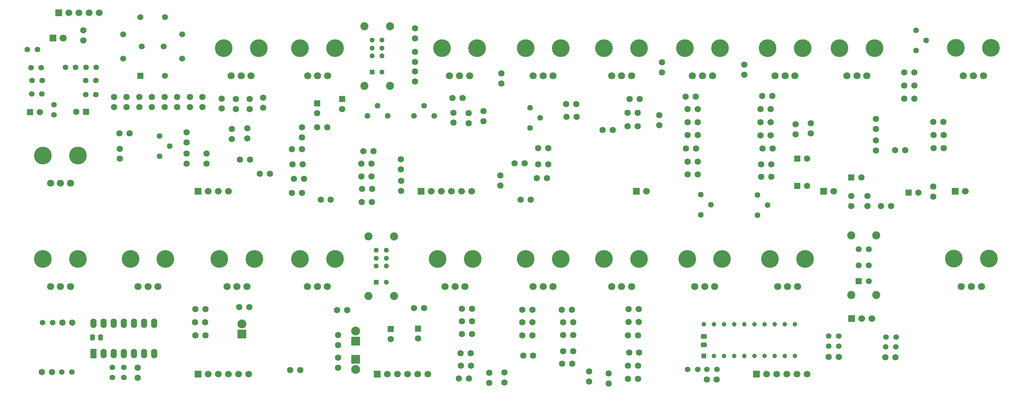
<source format=gbs>
%TF.GenerationSoftware,KiCad,Pcbnew,9.0.3*%
%TF.CreationDate,2025-12-20T20:15:01+09:00*%
%TF.ProjectId,VCOSeparate,56434f53-6570-4617-9261-74652e6b6963,rev?*%
%TF.SameCoordinates,Original*%
%TF.FileFunction,Soldermask,Bot*%
%TF.FilePolarity,Negative*%
%FSLAX46Y46*%
G04 Gerber Fmt 4.6, Leading zero omitted, Abs format (unit mm)*
G04 Created by KiCad (PCBNEW 9.0.3) date 2025-12-20 20:15:01*
%MOMM*%
%LPD*%
G01*
G04 APERTURE LIST*
G04 Aperture macros list*
%AMRoundRect*
0 Rectangle with rounded corners*
0 $1 Rounding radius*
0 $2 $3 $4 $5 $6 $7 $8 $9 X,Y pos of 4 corners*
0 Add a 4 corners polygon primitive as box body*
4,1,4,$2,$3,$4,$5,$6,$7,$8,$9,$2,$3,0*
0 Add four circle primitives for the rounded corners*
1,1,$1+$1,$2,$3*
1,1,$1+$1,$4,$5*
1,1,$1+$1,$6,$7*
1,1,$1+$1,$8,$9*
0 Add four rect primitives between the rounded corners*
20,1,$1+$1,$2,$3,$4,$5,0*
20,1,$1+$1,$4,$5,$6,$7,0*
20,1,$1+$1,$6,$7,$8,$9,0*
20,1,$1+$1,$8,$9,$2,$3,0*%
G04 Aperture macros list end*
%ADD10R,1.800000X1.800000*%
%ADD11C,1.800000*%
%ADD12C,1.600000*%
%ADD13R,1.500000X1.500000*%
%ADD14C,1.500000*%
%ADD15C,1.400000*%
%ADD16RoundRect,0.250000X0.870000X-0.870000X0.870000X0.870000X-0.870000X0.870000X-0.870000X-0.870000X0*%
%ADD17C,2.240000*%
%ADD18R,1.700000X1.700000*%
%ADD19C,1.700000*%
%ADD20C,4.455000*%
%ADD21RoundRect,0.250000X-0.550000X0.550000X-0.550000X-0.550000X0.550000X-0.550000X0.550000X0.550000X0*%
%ADD22R,1.200000X1.200000*%
%ADD23C,1.286000*%
%ADD24C,2.025000*%
%ADD25RoundRect,0.250000X-0.550000X-0.550000X0.550000X-0.550000X0.550000X0.550000X-0.550000X0.550000X0*%
%ADD26C,1.440000*%
%ADD27R,1.159000X1.159000*%
%ADD28C,1.159000*%
%ADD29RoundRect,0.250000X0.550000X-0.950000X0.550000X0.950000X-0.550000X0.950000X-0.550000X-0.950000X0*%
%ADD30O,1.600000X2.400000*%
%ADD31RoundRect,0.250000X0.550000X0.550000X-0.550000X0.550000X-0.550000X-0.550000X0.550000X-0.550000X0*%
%ADD32RoundRect,0.250000X-0.870000X0.870000X-0.870000X-0.870000X0.870000X-0.870000X0.870000X0.870000X0*%
%ADD33RoundRect,0.250000X-0.475000X0.337500X-0.475000X-0.337500X0.475000X-0.337500X0.475000X0.337500X0*%
%ADD34RoundRect,0.250000X0.337500X0.475000X-0.337500X0.475000X-0.337500X-0.475000X0.337500X-0.475000X0*%
G04 APERTURE END LIST*
D10*
%TO.C,D4*%
X30607000Y-36449000D03*
D11*
X33147000Y-36449000D03*
%TD*%
D12*
%TO.C,R17*%
X49853000Y-60452000D03*
X47313000Y-60452000D03*
%TD*%
%TO.C,R61*%
X177419000Y-118872000D03*
X174879000Y-118872000D03*
%TD*%
%TO.C,C9*%
X110657000Y-74422000D03*
X108157000Y-74422000D03*
%TD*%
D13*
%TO.C,S1*%
X52551000Y-46000000D03*
D14*
X48221000Y-41670000D03*
X48221000Y-35547000D03*
X52551000Y-31218000D03*
X58674000Y-31218000D03*
X63004000Y-35547000D03*
X63004000Y-41670000D03*
X58674000Y-46000000D03*
X52862000Y-38609000D03*
X58362000Y-38609000D03*
%TD*%
D12*
%TO.C,R88*%
X152391000Y-64196000D03*
X154931000Y-64196000D03*
%TD*%
D15*
%TO.C,R129*%
X45466000Y-119303000D03*
X45466000Y-121843000D03*
%TD*%
%TO.C,R120*%
X41352000Y-47117000D03*
X38812000Y-47117000D03*
%TD*%
%TO.C,R128*%
X239587000Y-114110000D03*
X242127000Y-114110000D03*
%TD*%
%TO.C,R118*%
X41479000Y-43815000D03*
X38939000Y-43815000D03*
%TD*%
D16*
%TO.C,D1*%
X78007000Y-110871000D03*
D17*
X78007000Y-108331000D03*
%TD*%
D18*
%TO.C,J11*%
X257000000Y-75000000D03*
D19*
X259540000Y-75000000D03*
%TD*%
D15*
%TO.C,R119*%
X30861000Y-55830000D03*
X30861000Y-53290000D03*
%TD*%
D11*
%TO.C,VR15*%
X170773000Y-99000000D03*
X173273000Y-99000000D03*
X175773000Y-99000000D03*
D20*
X168873000Y-92000000D03*
X177673000Y-92000000D03*
%TD*%
D12*
%TO.C,R72*%
X168529000Y-59563000D03*
X171069000Y-59563000D03*
%TD*%
D15*
%TO.C,R114*%
X30480000Y-108012000D03*
X27940000Y-108012000D03*
%TD*%
D12*
%TO.C,R8*%
X45887000Y-53877000D03*
X45887000Y-51337000D03*
%TD*%
D15*
%TO.C,R121*%
X36272000Y-43815000D03*
X33732000Y-43815000D03*
%TD*%
D12*
%TO.C,R13*%
X75438000Y-61849000D03*
X75438000Y-59309000D03*
%TD*%
D15*
%TO.C,R125*%
X225286000Y-113983000D03*
X227826000Y-113983000D03*
%TD*%
D21*
%TO.C,C4*%
X96901000Y-52896900D03*
D12*
X96901000Y-55396900D03*
%TD*%
D22*
%TO.C,S2*%
X110687000Y-45018000D03*
D23*
X110687000Y-39018000D03*
X110687000Y-37018000D03*
X113187000Y-45018000D03*
X113187000Y-39018000D03*
X113187000Y-37018000D03*
D24*
X108712000Y-48528000D03*
X108712000Y-33528000D03*
X115162000Y-48528000D03*
X115162000Y-33528000D03*
D23*
X110687000Y-41018000D03*
X113187000Y-41018000D03*
%TD*%
D12*
%TO.C,R32*%
X66265000Y-107950000D03*
X68805000Y-107950000D03*
%TD*%
%TO.C,R81*%
X246761000Y-45085000D03*
X244221000Y-45085000D03*
%TD*%
%TO.C,C28*%
X239480000Y-116777000D03*
X241980000Y-116777000D03*
%TD*%
%TO.C,R1*%
X52237000Y-53877000D03*
X52237000Y-51337000D03*
%TD*%
%TO.C,R82*%
X143129000Y-45339000D03*
X143129000Y-47879000D03*
%TD*%
D11*
%TO.C,VR11*%
X211794000Y-46000000D03*
X214294000Y-46000000D03*
X216794000Y-46000000D03*
D20*
X209894000Y-39000000D03*
X218694000Y-39000000D03*
%TD*%
D18*
%TO.C,J5*%
X207162000Y-121000000D03*
D19*
X209702000Y-121000000D03*
X212242000Y-121000000D03*
X214782000Y-121000000D03*
X217322000Y-121000000D03*
X219862000Y-121000000D03*
%TD*%
D15*
%TO.C,R113*%
X35383000Y-120458000D03*
X32843000Y-120458000D03*
%TD*%
D12*
%TO.C,R105*%
X230886000Y-78769000D03*
X230886000Y-76229000D03*
%TD*%
%TO.C,R9*%
X79923000Y-51816000D03*
X79923000Y-54356000D03*
%TD*%
%TO.C,R37*%
X93091000Y-64389000D03*
X90551000Y-64389000D03*
%TD*%
%TO.C,R97*%
X210693000Y-57658000D03*
X208153000Y-57658000D03*
%TD*%
%TO.C,R89*%
X154535000Y-71689000D03*
X151995000Y-71689000D03*
%TD*%
D25*
%TO.C,C18*%
X217337000Y-73660000D03*
D12*
X219837000Y-73660000D03*
%TD*%
%TO.C,R64*%
X143891000Y-120592000D03*
X143891000Y-123132000D03*
%TD*%
D11*
%TO.C,VR1*%
X75309000Y-46000000D03*
X77809000Y-46000000D03*
X80309000Y-46000000D03*
D20*
X73409000Y-39000000D03*
X82209000Y-39000000D03*
%TD*%
D12*
%TO.C,R67*%
X189836000Y-54356000D03*
X192376000Y-54356000D03*
%TD*%
%TO.C,R101*%
X254090000Y-64148000D03*
X251550000Y-64148000D03*
%TD*%
%TO.C,R51*%
X135030000Y-122047000D03*
X132490000Y-122047000D03*
%TD*%
D18*
%TO.C,J12*%
X32004000Y-30099000D03*
D19*
X34544000Y-30099000D03*
X37084000Y-30099000D03*
X39624000Y-30099000D03*
X42164000Y-30099000D03*
%TD*%
D12*
%TO.C,R26*%
X108458000Y-64897000D03*
X110998000Y-64897000D03*
%TD*%
%TO.C,R21*%
X93120000Y-75438000D03*
X90580000Y-75438000D03*
%TD*%
D11*
%TO.C,VR7*%
X94446000Y-99000000D03*
X96946000Y-99000000D03*
X99446000Y-99000000D03*
D20*
X92546000Y-92000000D03*
X101346000Y-92000000D03*
%TD*%
D12*
%TO.C,R19*%
X121412000Y-34036000D03*
X121412000Y-36576000D03*
%TD*%
%TO.C,R95*%
X208534000Y-51054000D03*
X211074000Y-51054000D03*
%TD*%
%TO.C,R73*%
X189836000Y-70739000D03*
X192376000Y-70739000D03*
%TD*%
%TO.C,R41*%
X66294000Y-104648000D03*
X68834000Y-104648000D03*
%TD*%
%TO.C,C8*%
X131104000Y-57745000D03*
X131104000Y-55245000D03*
%TD*%
D15*
%TO.C,R126*%
X225236000Y-111443000D03*
X227776000Y-111443000D03*
%TD*%
D12*
%TO.C,R45*%
X133223000Y-104521000D03*
X135763000Y-104521000D03*
%TD*%
%TO.C,R2*%
X49062000Y-53877000D03*
X49062000Y-51337000D03*
%TD*%
D11*
%TO.C,VR10*%
X191088000Y-46000000D03*
X193588000Y-46000000D03*
X196088000Y-46000000D03*
D20*
X189188000Y-39000000D03*
X197988000Y-39000000D03*
%TD*%
D15*
%TO.C,R130*%
X48387000Y-119303000D03*
X48387000Y-121843000D03*
%TD*%
D12*
%TO.C,R34*%
X90109400Y-119983400D03*
X92649400Y-119983400D03*
%TD*%
%TO.C,R20*%
X121452000Y-47371000D03*
X121452000Y-44831000D03*
%TD*%
D18*
%TO.C,J2*%
X67000000Y-75000000D03*
D19*
X69540000Y-75000000D03*
X72080000Y-75000000D03*
X74620000Y-75000000D03*
%TD*%
D12*
%TO.C,R36*%
X102108000Y-111137000D03*
X102108000Y-113677000D03*
%TD*%
D11*
%TO.C,VR6*%
X129014000Y-99000000D03*
X131514000Y-99000000D03*
X134014000Y-99000000D03*
D20*
X127114000Y-92000000D03*
X135914000Y-92000000D03*
%TD*%
D12*
%TO.C,C14*%
X160889000Y-118364000D03*
X158389000Y-118364000D03*
%TD*%
D25*
%TO.C,C17*%
X217337000Y-66802000D03*
D12*
X219837000Y-66802000D03*
%TD*%
D11*
%TO.C,VR18*%
X258567000Y-98948000D03*
X261067000Y-98948000D03*
X263567000Y-98948000D03*
D20*
X256667000Y-91948000D03*
X265467000Y-91948000D03*
%TD*%
D26*
%TO.C,TM1*%
X57317000Y-66167000D03*
X59857000Y-63627000D03*
X57317000Y-61087000D03*
%TD*%
D12*
%TO.C,R11*%
X83352000Y-54004000D03*
X83352000Y-51464000D03*
%TD*%
D26*
%TO.C,TM5*%
X207391000Y-81026000D03*
X209931000Y-78486000D03*
X207391000Y-75946000D03*
%TD*%
D12*
%TO.C,C6*%
X110577000Y-77724000D03*
X108077000Y-77724000D03*
%TD*%
%TO.C,C2*%
X47371000Y-66802000D03*
X47371000Y-64302000D03*
%TD*%
%TO.C,C16*%
X148610000Y-116332000D03*
X151110000Y-116332000D03*
%TD*%
%TO.C,R46*%
X158652000Y-107950000D03*
X161192000Y-107950000D03*
%TD*%
%TO.C,R108*%
X240948000Y-78740000D03*
X238408000Y-78740000D03*
%TD*%
%TO.C,R70*%
X159385000Y-53086000D03*
X161925000Y-53086000D03*
%TD*%
%TO.C,R23*%
X96901000Y-58928000D03*
X99441000Y-58928000D03*
%TD*%
%TO.C,R110*%
X38227000Y-37084000D03*
X38227000Y-34544000D03*
%TD*%
D11*
%TO.C,VR16*%
X191638000Y-99000000D03*
X194138000Y-99000000D03*
X196638000Y-99000000D03*
D20*
X189738000Y-92000000D03*
X198538000Y-92000000D03*
%TD*%
D18*
%TO.C,J9*%
X224000000Y-75000000D03*
D19*
X226540000Y-75000000D03*
%TD*%
D12*
%TO.C,R18*%
X121452000Y-39976000D03*
X121452000Y-42516000D03*
%TD*%
%TO.C,R100*%
X254090000Y-60846000D03*
X251550000Y-60846000D03*
%TD*%
%TO.C,R83*%
X183388000Y-45085000D03*
X183388000Y-42545000D03*
%TD*%
%TO.C,R5*%
X61762000Y-53877000D03*
X61762000Y-51337000D03*
%TD*%
%TO.C,R106*%
X234950000Y-78740000D03*
X234950000Y-76200000D03*
%TD*%
%TO.C,R42*%
X101912000Y-104928000D03*
X104452000Y-104928000D03*
%TD*%
D11*
%TO.C,VR3*%
X130128000Y-46000000D03*
X132628000Y-46000000D03*
X135128000Y-46000000D03*
D20*
X128228000Y-39000000D03*
X137028000Y-39000000D03*
%TD*%
D18*
%TO.C,J4*%
X231013000Y-106998000D03*
D19*
X233553000Y-106998000D03*
X236093000Y-106998000D03*
%TD*%
D12*
%TO.C,C31*%
X51816000Y-119400000D03*
X51816000Y-121900000D03*
%TD*%
D22*
%TO.C,S3*%
X111730000Y-97850000D03*
D23*
X111730000Y-91850000D03*
X111730000Y-89850000D03*
X114230000Y-97850000D03*
X114230000Y-91850000D03*
X114230000Y-89850000D03*
D24*
X109755000Y-101360000D03*
X109755000Y-86360000D03*
X116205000Y-101360000D03*
X116205000Y-86360000D03*
D23*
X111730000Y-93850000D03*
X114230000Y-93850000D03*
%TD*%
D27*
%TO.C,IC8*%
X193929000Y-116396000D03*
D28*
X196469000Y-116396000D03*
X199009000Y-116396000D03*
X201549000Y-116396000D03*
X204089000Y-116396000D03*
X206629000Y-116396000D03*
X209169000Y-116396000D03*
X211709000Y-116396000D03*
X214249000Y-116396000D03*
X216789000Y-116396000D03*
X216789000Y-108458000D03*
X214249000Y-108458000D03*
X211709000Y-108458000D03*
X209169000Y-108458000D03*
X206629000Y-108458000D03*
X204089000Y-108458000D03*
X201549000Y-108458000D03*
X199009000Y-108458000D03*
X196469000Y-108458000D03*
X193929000Y-108458000D03*
%TD*%
D12*
%TO.C,R54*%
X165100000Y-122838000D03*
X165100000Y-120298000D03*
%TD*%
%TO.C,R102*%
X210722000Y-60960000D03*
X208182000Y-60960000D03*
%TD*%
D15*
%TO.C,R116*%
X25273000Y-50546000D03*
X27813000Y-50546000D03*
%TD*%
D12*
%TO.C,R31*%
X134914000Y-55343000D03*
X134914000Y-57883000D03*
%TD*%
%TO.C,R98*%
X210693000Y-54356000D03*
X208153000Y-54356000D03*
%TD*%
%TO.C,R50*%
X158652000Y-111125000D03*
X161192000Y-111125000D03*
%TD*%
%TO.C,C13*%
X135382000Y-115697000D03*
X132882000Y-115697000D03*
%TD*%
%TO.C,R87*%
X152391000Y-68260000D03*
X154931000Y-68260000D03*
%TD*%
%TO.C,C15*%
X175173000Y-115570000D03*
X177673000Y-115570000D03*
%TD*%
D11*
%TO.C,VR2*%
X94486000Y-46000000D03*
X96986000Y-46000000D03*
X99486000Y-46000000D03*
D20*
X92586000Y-39000000D03*
X101386000Y-39000000D03*
%TD*%
D11*
%TO.C,VR4*%
X74253000Y-99000000D03*
X76753000Y-99000000D03*
X79253000Y-99000000D03*
D20*
X72353000Y-92000000D03*
X81153000Y-92000000D03*
%TD*%
D12*
%TO.C,C10*%
X117856000Y-66969000D03*
X117856000Y-69469000D03*
%TD*%
%TO.C,R79*%
X175260000Y-51816000D03*
X177800000Y-51816000D03*
%TD*%
%TO.C,R60*%
X150876000Y-104775000D03*
X148336000Y-104775000D03*
%TD*%
%TO.C,R76*%
X177292000Y-58674000D03*
X174752000Y-58674000D03*
%TD*%
D13*
%TO.C,S4*%
X232786000Y-97606000D03*
D14*
X232786000Y-93606000D03*
X232786000Y-89606000D03*
X235286000Y-97606000D03*
X235286000Y-93606000D03*
X235286000Y-89606000D03*
D24*
X230886000Y-101106000D03*
X230886000Y-86106000D03*
X237186000Y-101106000D03*
X237186000Y-86106000D03*
%TD*%
D12*
%TO.C,R57*%
X177575000Y-107823000D03*
X175035000Y-107823000D03*
%TD*%
%TO.C,R65*%
X191926000Y-51181000D03*
X189386000Y-51181000D03*
%TD*%
D18*
%TO.C,J1*%
X112000000Y-121000000D03*
D19*
X114540000Y-121000000D03*
X117080000Y-121000000D03*
X119620000Y-121000000D03*
X122160000Y-121000000D03*
X124700000Y-121000000D03*
%TD*%
D18*
%TO.C,J8*%
X177000000Y-75000000D03*
D19*
X179540000Y-75000000D03*
%TD*%
D12*
%TO.C,R58*%
X150876000Y-107950000D03*
X148336000Y-107950000D03*
%TD*%
D25*
%TO.C,C25*%
X24805000Y-55118000D03*
D12*
X27305000Y-55118000D03*
%TD*%
%TO.C,R104*%
X254061000Y-57544000D03*
X251521000Y-57544000D03*
%TD*%
%TO.C,R90*%
X142851000Y-71025000D03*
X142851000Y-73565000D03*
%TD*%
D15*
%TO.C,R122*%
X27636000Y-43942000D03*
X25096000Y-43942000D03*
%TD*%
D12*
%TO.C,R25*%
X133390000Y-51562000D03*
X130850000Y-51562000D03*
%TD*%
%TO.C,R80*%
X182753000Y-55851000D03*
X182753000Y-58391000D03*
%TD*%
%TO.C,R43*%
X123698000Y-104394000D03*
X121158000Y-104394000D03*
%TD*%
%TO.C,R44*%
X140081000Y-120621000D03*
X140081000Y-123161000D03*
%TD*%
%TO.C,R39*%
X80010000Y-67056000D03*
X77470000Y-67056000D03*
%TD*%
%TO.C,R47*%
X133223000Y-110871000D03*
X135763000Y-110871000D03*
%TD*%
%TO.C,R93*%
X220726000Y-57912000D03*
X220726000Y-60452000D03*
%TD*%
%TO.C,C23*%
X32963000Y-108012000D03*
X35463000Y-108012000D03*
%TD*%
%TO.C,R24*%
X93091000Y-58928000D03*
X93091000Y-61468000D03*
%TD*%
%TO.C,R38*%
X82521000Y-70612000D03*
X85061000Y-70612000D03*
%TD*%
%TO.C,R94*%
X216916000Y-58166000D03*
X216916000Y-60706000D03*
%TD*%
%TO.C,R78*%
X189865000Y-67564000D03*
X192405000Y-67564000D03*
%TD*%
D21*
%TO.C,C7*%
X103124000Y-51816000D03*
D12*
X103124000Y-54316000D03*
%TD*%
%TO.C,R56*%
X160811000Y-104775000D03*
X158271000Y-104775000D03*
%TD*%
%TO.C,R7*%
X68112000Y-53877000D03*
X68112000Y-51337000D03*
%TD*%
D29*
%TO.C,IC5*%
X40767000Y-115824000D03*
D30*
X43307000Y-115824000D03*
X45847000Y-115824000D03*
X48387000Y-115824000D03*
X50927000Y-115824000D03*
X53467000Y-115824000D03*
X56007000Y-115824000D03*
X56007000Y-108204000D03*
X53467000Y-108204000D03*
X50927000Y-108204000D03*
X48387000Y-108204000D03*
X45847000Y-108204000D03*
X43307000Y-108204000D03*
X40767000Y-108204000D03*
%TD*%
D12*
%TO.C,R28*%
X117983000Y-74930000D03*
X117983000Y-72390000D03*
%TD*%
D15*
%TO.C,R115*%
X25323000Y-47117000D03*
X27863000Y-47117000D03*
%TD*%
D26*
%TO.C,TM6*%
X247142000Y-39624000D03*
X249682000Y-37084000D03*
X247142000Y-34544000D03*
%TD*%
D12*
%TO.C,R112*%
X146407000Y-68006000D03*
X148947000Y-68006000D03*
%TD*%
%TO.C,R84*%
X204089000Y-43151000D03*
X204089000Y-45691000D03*
%TD*%
%TO.C,R75*%
X177321000Y-55245000D03*
X174781000Y-55245000D03*
%TD*%
D18*
%TO.C,J13*%
X67000000Y-121000000D03*
D19*
X69540000Y-121000000D03*
X72080000Y-121000000D03*
X74620000Y-121000000D03*
X77160000Y-121000000D03*
X79700000Y-121000000D03*
%TD*%
D11*
%TO.C,VR8*%
X170773000Y-46000000D03*
X173273000Y-46000000D03*
X175773000Y-46000000D03*
D20*
X168873000Y-39000000D03*
X177673000Y-39000000D03*
%TD*%
D11*
%TO.C,VR9*%
X229828000Y-46000000D03*
X232328000Y-46000000D03*
X234828000Y-46000000D03*
D20*
X227928000Y-39000000D03*
X236728000Y-39000000D03*
%TD*%
D12*
%TO.C,R40*%
X77343000Y-104119000D03*
X79883000Y-104119000D03*
%TD*%
%TO.C,R68*%
X159483000Y-56261000D03*
X162023000Y-56261000D03*
%TD*%
%TO.C,R53*%
X132969000Y-118872000D03*
X135509000Y-118872000D03*
%TD*%
%TO.C,R22*%
X91030000Y-71882000D03*
X93570000Y-71882000D03*
%TD*%
%TO.C,R109*%
X251460000Y-76327000D03*
X251460000Y-73787000D03*
%TD*%
%TO.C,R85*%
X246761000Y-48387000D03*
X244221000Y-48387000D03*
%TD*%
%TO.C,R59*%
X177575000Y-104648000D03*
X175035000Y-104648000D03*
%TD*%
%TO.C,R35*%
X102108000Y-119406000D03*
X102108000Y-116866000D03*
%TD*%
%TO.C,R91*%
X147931000Y-77150000D03*
X150471000Y-77150000D03*
%TD*%
%TO.C,R10*%
X64160000Y-60169000D03*
X64160000Y-62709000D03*
%TD*%
D11*
%TO.C,VR17*%
X212429000Y-99000000D03*
X214929000Y-99000000D03*
X217429000Y-99000000D03*
D20*
X210529000Y-92000000D03*
X219329000Y-92000000D03*
%TD*%
D12*
%TO.C,R63*%
X177419000Y-122174000D03*
X174879000Y-122174000D03*
%TD*%
%TO.C,R49*%
X133223000Y-107696000D03*
X135763000Y-107696000D03*
%TD*%
%TO.C,R69*%
X189894000Y-60833000D03*
X192434000Y-60833000D03*
%TD*%
%TO.C,R29*%
X110490000Y-71247000D03*
X107950000Y-71247000D03*
%TD*%
%TO.C,R92*%
X237109000Y-64770000D03*
X237109000Y-62230000D03*
%TD*%
%TO.C,R30*%
X138597000Y-57404000D03*
X138597000Y-54864000D03*
%TD*%
D15*
%TO.C,R123*%
X189865000Y-119825000D03*
X192405000Y-119825000D03*
%TD*%
%TO.C,R124*%
X194691000Y-119825000D03*
X197231000Y-119825000D03*
%TD*%
D12*
%TO.C,C3*%
X90718000Y-68199000D03*
X93218000Y-68199000D03*
%TD*%
D21*
%TO.C,C12*%
X122174000Y-109514000D03*
D12*
X122174000Y-112014000D03*
%TD*%
%TO.C,R103*%
X208632000Y-64262000D03*
X211172000Y-64262000D03*
%TD*%
D15*
%TO.C,R117*%
X41352000Y-50673000D03*
X38812000Y-50673000D03*
%TD*%
%TO.C,R127*%
X239637000Y-111697000D03*
X242177000Y-111697000D03*
%TD*%
D12*
%TO.C,R4*%
X58587000Y-53877000D03*
X58587000Y-51337000D03*
%TD*%
%TO.C,R99*%
X241935000Y-64643000D03*
X244475000Y-64643000D03*
%TD*%
%TO.C,C5*%
X97790000Y-77089000D03*
X100290000Y-77089000D03*
%TD*%
%TO.C,R12*%
X76494000Y-51816000D03*
X76494000Y-54356000D03*
%TD*%
D26*
%TO.C,TM2*%
X126278000Y-56007000D03*
X123738000Y-53467000D03*
X121198000Y-56007000D03*
%TD*%
D12*
%TO.C,R27*%
X110490000Y-68072000D03*
X107950000Y-68072000D03*
%TD*%
D11*
%TO.C,VR20*%
X30000000Y-99000000D03*
X32500000Y-99000000D03*
X35000000Y-99000000D03*
D20*
X28100000Y-92000000D03*
X36900000Y-92000000D03*
%TD*%
D12*
%TO.C,R33*%
X66294000Y-111252000D03*
X68834000Y-111252000D03*
%TD*%
%TO.C,R16*%
X79375000Y-61722000D03*
X79375000Y-59182000D03*
%TD*%
D11*
%TO.C,VR14*%
X151088000Y-99000000D03*
X153588000Y-99000000D03*
X156088000Y-99000000D03*
D20*
X149188000Y-92000000D03*
X157988000Y-92000000D03*
%TD*%
D26*
%TO.C,TM3*%
X114594000Y-56007000D03*
X112054000Y-53467000D03*
X109514000Y-56007000D03*
%TD*%
D12*
%TO.C,R3*%
X55412000Y-53877000D03*
X55412000Y-51337000D03*
%TD*%
%TO.C,C27*%
X225276000Y-116650000D03*
X227776000Y-116650000D03*
%TD*%
%TO.C,R107*%
X246761000Y-51689000D03*
X244221000Y-51689000D03*
%TD*%
D31*
%TO.C,C24*%
X38924100Y-54991000D03*
D12*
X36424100Y-54991000D03*
%TD*%
%TO.C,R77*%
X210820000Y-68199000D03*
X208280000Y-68199000D03*
%TD*%
D15*
%TO.C,R111*%
X26670000Y-39370000D03*
X24130000Y-39370000D03*
%TD*%
D16*
%TO.C,D3*%
X106553000Y-112690000D03*
D17*
X106553000Y-110150000D03*
%TD*%
D12*
%TO.C,R96*%
X237109000Y-59338000D03*
X237109000Y-56798000D03*
%TD*%
D26*
%TO.C,TM7*%
X150344000Y-59116000D03*
X152884000Y-56576000D03*
X150344000Y-54036000D03*
%TD*%
D12*
%TO.C,R15*%
X64160000Y-65503000D03*
X64160000Y-68043000D03*
%TD*%
D25*
%TO.C,C20*%
X245301900Y-75311000D03*
D12*
X247801900Y-75311000D03*
%TD*%
%TO.C,R62*%
X150905000Y-111252000D03*
X148365000Y-111252000D03*
%TD*%
%TO.C,C22*%
X30333000Y-120458000D03*
X27833000Y-120458000D03*
%TD*%
%TO.C,R74*%
X210820000Y-71374000D03*
X208280000Y-71374000D03*
%TD*%
%TO.C,R55*%
X177448000Y-111252000D03*
X174908000Y-111252000D03*
%TD*%
%TO.C,R14*%
X69088000Y-65532000D03*
X69088000Y-68072000D03*
%TD*%
%TO.C,R48*%
X158623000Y-115189000D03*
X161163000Y-115189000D03*
%TD*%
%TO.C,R52*%
X170053000Y-120777000D03*
X170053000Y-123317000D03*
%TD*%
D32*
%TO.C,D2*%
X106553000Y-117221000D03*
D17*
X106553000Y-119761000D03*
%TD*%
D18*
%TO.C,J7*%
X123000000Y-75000000D03*
D19*
X125540000Y-75000000D03*
X128080000Y-75000000D03*
X130620000Y-75000000D03*
X133160000Y-75000000D03*
X135700000Y-75000000D03*
%TD*%
D21*
%TO.C,C11*%
X115316000Y-109641000D03*
D12*
X115316000Y-112141000D03*
%TD*%
%TO.C,R6*%
X64937000Y-53877000D03*
X64937000Y-51337000D03*
%TD*%
D11*
%TO.C,VR5*%
X51938000Y-99000000D03*
X54438000Y-99000000D03*
X56938000Y-99000000D03*
D20*
X50038000Y-92000000D03*
X58838000Y-92000000D03*
%TD*%
D26*
%TO.C,TM4*%
X193167000Y-80899000D03*
X195707000Y-78359000D03*
X193167000Y-75819000D03*
%TD*%
D12*
%TO.C,C26*%
X197181000Y-122365000D03*
X194681000Y-122365000D03*
%TD*%
D11*
%TO.C,VR19*%
X30000000Y-73000000D03*
X32500000Y-73000000D03*
X35000000Y-73000000D03*
D20*
X28100000Y-66000000D03*
X36900000Y-66000000D03*
%TD*%
D11*
%TO.C,VR13*%
X259075000Y-45948000D03*
X261575000Y-45948000D03*
X264075000Y-45948000D03*
D20*
X257175000Y-38948000D03*
X265975000Y-38948000D03*
%TD*%
D11*
%TO.C,VR12*%
X151088000Y-46000000D03*
X153588000Y-46000000D03*
X156088000Y-46000000D03*
D20*
X149188000Y-39000000D03*
X157988000Y-39000000D03*
%TD*%
D25*
%TO.C,C19*%
X230950900Y-71501000D03*
D12*
X233450900Y-71501000D03*
%TD*%
%TO.C,R66*%
X189836000Y-57658000D03*
X192376000Y-57658000D03*
%TD*%
%TO.C,C1*%
X72938000Y-54209000D03*
X72938000Y-51709000D03*
%TD*%
%TO.C,R71*%
X191955000Y-64262000D03*
X189415000Y-64262000D03*
%TD*%
D33*
%TO.C,C29*%
X193929000Y-111527000D03*
X193929000Y-113602000D03*
%TD*%
D34*
%TO.C,C30*%
X42566500Y-111760000D03*
X40491500Y-111760000D03*
%TD*%
M02*

</source>
